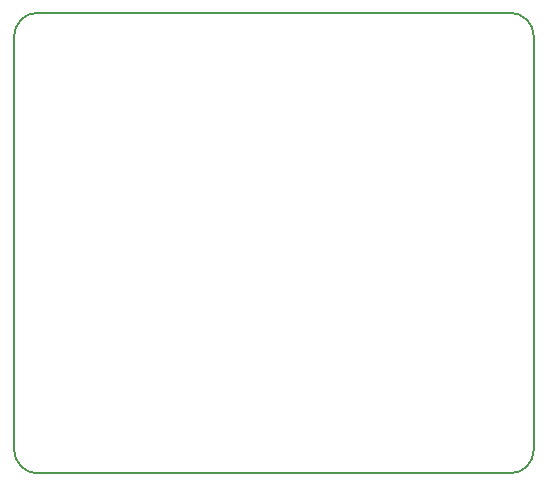
<source format=gbr>
%TF.GenerationSoftware,KiCad,Pcbnew,8.0.8*%
%TF.CreationDate,2025-01-21T23:24:59+01:00*%
%TF.ProjectId,STM32_Design,53544d33-325f-4446-9573-69676e2e6b69,rev?*%
%TF.SameCoordinates,Original*%
%TF.FileFunction,Profile,NP*%
%FSLAX46Y46*%
G04 Gerber Fmt 4.6, Leading zero omitted, Abs format (unit mm)*
G04 Created by KiCad (PCBNEW 8.0.8) date 2025-01-21 23:24:59*
%MOMM*%
%LPD*%
G01*
G04 APERTURE LIST*
%TA.AperFunction,Profile*%
%ADD10C,0.180000*%
%TD*%
G04 APERTURE END LIST*
D10*
X100500000Y-62499981D02*
G75*
G02*
X102500000Y-60500060I1999921J0D01*
G01*
X102500021Y-99500000D02*
G75*
G02*
X100500002Y-97499981I0J2000019D01*
G01*
X144500000Y-97499981D02*
G75*
G02*
X142515283Y-99500000I-2000179J100D01*
G01*
X142500021Y-60500000D02*
G75*
G02*
X144500002Y-62499981I0J-1999981D01*
G01*
X144500000Y-62499981D02*
X144500000Y-97499981D01*
X102500021Y-99500000D02*
X142515283Y-99500000D01*
X100500000Y-62499981D02*
X100500000Y-97499981D01*
X102500000Y-60500000D02*
X142500021Y-60500000D01*
M02*

</source>
